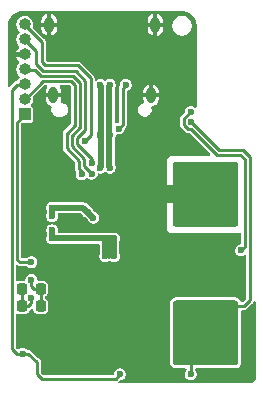
<source format=gbr>
%TF.GenerationSoftware,KiCad,Pcbnew,9.0.4*%
%TF.CreationDate,2025-09-02T10:18:24-07:00*%
%TF.ProjectId,k1-aioc,6b312d61-696f-4632-9e6b-696361645f70,rev?*%
%TF.SameCoordinates,Original*%
%TF.FileFunction,Copper,L2,Bot*%
%TF.FilePolarity,Positive*%
%FSLAX46Y46*%
G04 Gerber Fmt 4.6, Leading zero omitted, Abs format (unit mm)*
G04 Created by KiCad (PCBNEW 9.0.4) date 2025-09-02 10:18:24*
%MOMM*%
%LPD*%
G01*
G04 APERTURE LIST*
G04 Aperture macros list*
%AMRoundRect*
0 Rectangle with rounded corners*
0 $1 Rounding radius*
0 $2 $3 $4 $5 $6 $7 $8 $9 X,Y pos of 4 corners*
0 Add a 4 corners polygon primitive as box body*
4,1,4,$2,$3,$4,$5,$6,$7,$8,$9,$2,$3,0*
0 Add four circle primitives for the rounded corners*
1,1,$1+$1,$2,$3*
1,1,$1+$1,$4,$5*
1,1,$1+$1,$6,$7*
1,1,$1+$1,$8,$9*
0 Add four rect primitives between the rounded corners*
20,1,$1+$1,$2,$3,$4,$5,0*
20,1,$1+$1,$4,$5,$6,$7,0*
20,1,$1+$1,$6,$7,$8,$9,0*
20,1,$1+$1,$8,$9,$2,$3,0*%
G04 Aperture macros list end*
%TA.AperFunction,ComponentPad*%
%ADD10O,0.800000X1.400000*%
%TD*%
%TA.AperFunction,ComponentPad*%
%ADD11R,1.000000X1.000000*%
%TD*%
%TA.AperFunction,ComponentPad*%
%ADD12O,1.000000X1.000000*%
%TD*%
%TA.AperFunction,SMDPad,CuDef*%
%ADD13RoundRect,0.218750X0.218750X0.256250X-0.218750X0.256250X-0.218750X-0.256250X0.218750X-0.256250X0*%
%TD*%
%TA.AperFunction,SMDPad,CuDef*%
%ADD14RoundRect,0.218750X-0.218750X-0.256250X0.218750X-0.256250X0.218750X0.256250X-0.218750X0.256250X0*%
%TD*%
%TA.AperFunction,ViaPad*%
%ADD15C,0.600000*%
%TD*%
%TA.AperFunction,Conductor*%
%ADD16C,0.250000*%
%TD*%
%TA.AperFunction,Conductor*%
%ADD17C,0.500000*%
%TD*%
G04 APERTURE END LIST*
D10*
%TO.P,J1,S1,SHIELD*%
%TO.N,GND*%
X107010000Y-81160000D03*
X115990000Y-81160000D03*
X115630000Y-87110000D03*
X107370000Y-87110000D03*
%TD*%
D11*
%TO.P,J2,1,Pin_1*%
%TO.N,/BOOT0*%
X104925000Y-88750000D03*
D12*
%TO.P,J2,2,Pin_2*%
%TO.N,/SWO*%
X104925000Y-87480000D03*
%TO.P,J2,3,Pin_3*%
%TO.N,/NRST*%
X104925000Y-86210000D03*
%TO.P,J2,4,Pin_4*%
%TO.N,/SWDIO*%
X104925000Y-84940000D03*
%TO.P,J2,5,Pin_5*%
%TO.N,GND*%
X104925000Y-83670000D03*
%TO.P,J2,6,Pin_6*%
%TO.N,/SWCLK*%
X104925000Y-82400000D03*
%TO.P,J2,7,Pin_7*%
%TO.N,+3V3*%
X104925000Y-81130000D03*
%TD*%
D13*
%TO.P,D4,1,K*%
%TO.N,Net-(D1-Pad2)*%
X106287500Y-105000000D03*
%TO.P,D4,2,A*%
%TO.N,Net-(D1-Pad1)*%
X104712500Y-105000000D03*
%TD*%
D14*
%TO.P,D3,1,K*%
%TO.N,Net-(D1-Pad1)*%
X104712500Y-103500000D03*
%TO.P,D3,2,A*%
%TO.N,Net-(D1-Pad2)*%
X106287500Y-103500000D03*
%TD*%
D15*
%TO.N,GND*%
X114250000Y-106250000D03*
X115500000Y-97500000D03*
X113000270Y-83951369D03*
X105800000Y-94750000D03*
X116500000Y-94500000D03*
X118950000Y-83250000D03*
X107750000Y-107500000D03*
X115000000Y-102000000D03*
X113000000Y-96500000D03*
X110000000Y-100250000D03*
X118950000Y-84750000D03*
X109250000Y-103750000D03*
X112250000Y-102000000D03*
X107250000Y-89750000D03*
X113750000Y-110000000D03*
X110750000Y-107500000D03*
X112000000Y-97500000D03*
X105250000Y-89769502D03*
X105500000Y-98000000D03*
X110000000Y-98250000D03*
X114000000Y-99000000D03*
X116000270Y-83951369D03*
X117000000Y-92000000D03*
X109250000Y-102750000D03*
X114500000Y-101000000D03*
X107000000Y-83950000D03*
X105500000Y-99750000D03*
X117250000Y-103750000D03*
X110000000Y-101000000D03*
X106750000Y-107500000D03*
X114000000Y-92000000D03*
X113000000Y-97500000D03*
X113000000Y-102000000D03*
X106250000Y-89750000D03*
X114500000Y-86250000D03*
X107250000Y-104750000D03*
X121750000Y-100500000D03*
X116500000Y-95500000D03*
X111750000Y-107502432D03*
X114750000Y-98250000D03*
X115750000Y-110000000D03*
X114000000Y-96500000D03*
X113750000Y-108500000D03*
X114499400Y-83950576D03*
X112000000Y-96500000D03*
X108500270Y-83951369D03*
X105200000Y-94750000D03*
X116500000Y-103000000D03*
X111500270Y-83951369D03*
X122750000Y-101250000D03*
X115500000Y-99000000D03*
X109250000Y-110000000D03*
X111000000Y-96500000D03*
X115500000Y-101000000D03*
X111500000Y-102000000D03*
X118950000Y-86250000D03*
X109250000Y-104750000D03*
X115500000Y-92000000D03*
X118950000Y-87750000D03*
X110000270Y-83951369D03*
X122750000Y-102750000D03*
X115750000Y-106250000D03*
%TO.N,/SWCLK*%
X110600000Y-92866006D03*
%TO.N,/SWDIO*%
X110600000Y-93774076D03*
%TO.N,/USB-DP*%
X111350000Y-86250000D03*
X111350000Y-90500000D03*
X111350000Y-93250000D03*
%TO.N,/USB-DN*%
X112150000Y-86250000D03*
X112150000Y-90500000D03*
X112150000Y-93250000D03*
%TO.N,+3V3*%
X110274500Y-97000000D03*
X110000000Y-91000000D03*
X110750000Y-97500000D03*
X107250000Y-96650000D03*
X107250000Y-97350000D03*
%TO.N,+3.3VA*%
X111750000Y-99250000D03*
X112500000Y-99250000D03*
X107250000Y-99250000D03*
X111750000Y-100750000D03*
X107250000Y-98550000D03*
X112500000Y-100750000D03*
%TO.N,Net-(J1-PadA5)*%
X113500000Y-86250000D03*
X112899500Y-89942499D03*
%TO.N,/RADIO-RX-PTT1*%
X119000000Y-110750000D03*
X119011829Y-89364195D03*
%TO.N,/RADIO-TX*%
X123250000Y-100250000D03*
X119003182Y-88547732D03*
%TO.N,/NRST*%
X113000000Y-110750000D03*
X104750000Y-109000000D03*
%TO.N,/SWO*%
X109750000Y-93819338D03*
%TO.N,/BOOT0*%
X105500000Y-101250000D03*
%TO.N,Net-(D1-Pad1)*%
X105500000Y-104250000D03*
%TO.N,Net-(D1-Pad2)*%
X105500000Y-102750000D03*
%TD*%
D16*
%TO.N,/SWCLK*%
X105925000Y-83420000D02*
X104925000Y-82420000D01*
X109247792Y-85050000D02*
X106505408Y-85050000D01*
X110600000Y-92483884D02*
X109375000Y-91258884D01*
X110600000Y-92866006D02*
X110600000Y-92483884D01*
X109375000Y-91258884D02*
X109375000Y-90741116D01*
X110075500Y-90040616D02*
X110075500Y-85877708D01*
X106505408Y-85050000D02*
X105925000Y-84469592D01*
X109375000Y-90741116D02*
X110075500Y-90040616D01*
X110075500Y-85877708D02*
X109247792Y-85050000D01*
X105925000Y-84469592D02*
X105925000Y-83420000D01*
%TO.N,/SWDIO*%
X109061396Y-85500000D02*
X106319012Y-85500000D01*
X109625500Y-86064104D02*
X109061396Y-85500000D01*
X109625500Y-89854220D02*
X109625500Y-86064104D01*
X109975000Y-92495280D02*
X108925000Y-91445280D01*
X108925000Y-90554720D02*
X109625500Y-89854220D01*
X110600000Y-93774076D02*
X109975000Y-93149076D01*
X109975000Y-93149076D02*
X109975000Y-92495280D01*
X105779012Y-84960000D02*
X104925000Y-84960000D01*
X106319012Y-85500000D02*
X105779012Y-84960000D01*
X108925000Y-91445280D02*
X108925000Y-90554720D01*
D17*
%TO.N,/USB-DP*%
X111400000Y-86300000D02*
X111400000Y-93200000D01*
X111350000Y-86250000D02*
X111400000Y-86300000D01*
X111400000Y-93200000D02*
X111350000Y-93250000D01*
%TO.N,/USB-DN*%
X112100000Y-93200000D02*
X112150000Y-93250000D01*
X112100000Y-86300000D02*
X112100000Y-93200000D01*
X112150000Y-86250000D02*
X112100000Y-86300000D01*
D16*
%TO.N,+3V3*%
X106691804Y-84600000D02*
X109434188Y-84600000D01*
X104925000Y-81150000D02*
X106375000Y-82600000D01*
D17*
X110274500Y-97000000D02*
X110250000Y-97000000D01*
X107250000Y-96650000D02*
X107250000Y-97350000D01*
D16*
X110525500Y-90474500D02*
X110000000Y-91000000D01*
X106375000Y-82600000D02*
X106375000Y-84283196D01*
X110525500Y-85691312D02*
X110525500Y-90474500D01*
D17*
X110250000Y-97000000D02*
X110750000Y-97500000D01*
X107250000Y-96650000D02*
X109900000Y-96650000D01*
D16*
X109434188Y-84600000D02*
X110525500Y-85691312D01*
D17*
X109900000Y-96650000D02*
X110750000Y-97500000D01*
D16*
X106375000Y-84283196D02*
X106691804Y-84600000D01*
D17*
%TO.N,+3.3VA*%
X112500000Y-99250000D02*
X112500000Y-100750000D01*
X107250000Y-99250000D02*
X107250000Y-98550000D01*
X112100000Y-99250000D02*
X112100000Y-100750000D01*
X111750000Y-99250000D02*
X112250000Y-99250000D01*
X111750000Y-99250000D02*
X111750000Y-100750000D01*
X111750000Y-99250000D02*
X107250000Y-99250000D01*
X112250000Y-99250000D02*
X112500000Y-99250000D01*
D16*
%TO.N,Net-(J1-PadA5)*%
X113250000Y-86500000D02*
X113250000Y-89591999D01*
X113500000Y-86250000D02*
X113250000Y-86500000D01*
X113250000Y-89591999D02*
X112899500Y-89942499D01*
%TO.N,/RADIO-RX-PTT1*%
X124000000Y-92363604D02*
X123386396Y-91750000D01*
X121397634Y-91750000D02*
X119011829Y-89364195D01*
X124000000Y-103750000D02*
X124000000Y-92363604D01*
X123386396Y-91750000D02*
X121397634Y-91750000D01*
X123500000Y-105000000D02*
X122500000Y-105000000D01*
X124000000Y-104500000D02*
X123500000Y-105000000D01*
X124000000Y-103750000D02*
X124000000Y-104500000D01*
X119000000Y-110750000D02*
X119000000Y-109000000D01*
%TO.N,/RADIO-TX*%
X118739195Y-89989195D02*
X118386829Y-89636829D01*
X123200000Y-92200000D02*
X121211238Y-92200000D01*
X123550000Y-92550000D02*
X123200000Y-92200000D01*
X118386829Y-89636829D02*
X118386829Y-89105311D01*
X118386829Y-89105311D02*
X118944408Y-88547732D01*
X118944408Y-88547732D02*
X119003182Y-88547732D01*
X123550000Y-99950000D02*
X123550000Y-92550000D01*
X121211238Y-92200000D02*
X119000433Y-89989195D01*
X123250000Y-100250000D02*
X123550000Y-99950000D01*
X119000433Y-89989195D02*
X118739195Y-89989195D01*
%TO.N,/NRST*%
X104750000Y-109000000D02*
X105250000Y-109000000D01*
X106375000Y-111125000D02*
X106000000Y-110750000D01*
X113000000Y-110750000D02*
X112625000Y-111125000D01*
X104925000Y-86230000D02*
X104270000Y-86230000D01*
X103850000Y-108600000D02*
X103850000Y-106500000D01*
X106000000Y-110750000D02*
X106000000Y-109750000D01*
X104250000Y-109000000D02*
X103850000Y-108600000D01*
X105875000Y-109625000D02*
X105250000Y-109000000D01*
X112625000Y-111125000D02*
X106375000Y-111125000D01*
X103850000Y-86650000D02*
X103850000Y-106600000D01*
X104270000Y-86230000D02*
X103850000Y-86650000D01*
X106000000Y-109750000D02*
X105875000Y-109625000D01*
X105250000Y-109000000D02*
X104250000Y-109000000D01*
%TO.N,/SWO*%
X108475000Y-90368324D02*
X109175500Y-89667824D01*
X108875000Y-85950000D02*
X106475000Y-85950000D01*
X109175500Y-86250500D02*
X108875000Y-85950000D01*
X109525000Y-92681676D02*
X108475000Y-91631676D01*
X106475000Y-85950000D02*
X104925000Y-87500000D01*
X109750000Y-93560472D02*
X109525000Y-93335472D01*
X109525000Y-93335472D02*
X109525000Y-92681676D01*
X108475000Y-91631676D02*
X108475000Y-90368324D01*
X109750000Y-93819338D02*
X109750000Y-93560472D01*
X109175500Y-89667824D02*
X109175500Y-86250500D01*
%TO.N,/BOOT0*%
X104300000Y-101050000D02*
X104500000Y-101250000D01*
X104300000Y-89395000D02*
X104300000Y-101050000D01*
X104925000Y-88770000D02*
X104300000Y-89395000D01*
X104500000Y-101250000D02*
X105500000Y-101250000D01*
%TO.N,Net-(D1-Pad1)*%
X104712500Y-103500000D02*
X104712500Y-105000000D01*
X105250000Y-105000000D02*
X104712500Y-105000000D01*
X105500000Y-104750000D02*
X105250000Y-105000000D01*
X105500000Y-104250000D02*
X105500000Y-104750000D01*
%TO.N,Net-(D1-Pad2)*%
X106287500Y-103500000D02*
X106287500Y-105000000D01*
X105500000Y-102750000D02*
X105500000Y-103250000D01*
X105750000Y-103500000D02*
X106287500Y-103500000D01*
X105500000Y-103250000D02*
X105750000Y-103500000D01*
%TD*%
%TA.AperFunction,Conductor*%
%TO.N,GND*%
G36*
X118253875Y-80000804D02*
G01*
X118423172Y-80014128D01*
X118432587Y-80015326D01*
X118469395Y-80021816D01*
X118475258Y-80023035D01*
X118621073Y-80058043D01*
X118631786Y-80061267D01*
X118657816Y-80070741D01*
X118661706Y-80072254D01*
X118810068Y-80133707D01*
X118823904Y-80140758D01*
X118977796Y-80235063D01*
X118990361Y-80244192D01*
X119127608Y-80361412D01*
X119138590Y-80372394D01*
X119255807Y-80509638D01*
X119264938Y-80522206D01*
X119359239Y-80676091D01*
X119366292Y-80689933D01*
X119427718Y-80838230D01*
X119429283Y-80842255D01*
X119438723Y-80868191D01*
X119441959Y-80878940D01*
X119476956Y-81024712D01*
X119478187Y-81030632D01*
X119484671Y-81067405D01*
X119485870Y-81076828D01*
X119499195Y-81246124D01*
X119499500Y-81253892D01*
X119499500Y-88097229D01*
X119480593Y-88155420D01*
X119431093Y-88191384D01*
X119369907Y-88191384D01*
X119330498Y-88167234D01*
X119310496Y-88147232D01*
X119310493Y-88147230D01*
X119310491Y-88147228D01*
X119196371Y-88081341D01*
X119196373Y-88081341D01*
X119146981Y-88068107D01*
X119069074Y-88047232D01*
X118937290Y-88047232D01*
X118859382Y-88068107D01*
X118809991Y-88081341D01*
X118695872Y-88147228D01*
X118602678Y-88240422D01*
X118536791Y-88354541D01*
X118502682Y-88481841D01*
X118502682Y-88488123D01*
X118483775Y-88546314D01*
X118473686Y-88558126D01*
X118126364Y-88905448D01*
X118126360Y-88905453D01*
X118083511Y-88979671D01*
X118083510Y-88979671D01*
X118083511Y-88979672D01*
X118062823Y-89056881D01*
X118061329Y-89062458D01*
X118061329Y-89593976D01*
X118061329Y-89679682D01*
X118071499Y-89717638D01*
X118083512Y-89762472D01*
X118126360Y-89836686D01*
X118126364Y-89836691D01*
X118478728Y-90189054D01*
X118478730Y-90189057D01*
X118539333Y-90249660D01*
X118571097Y-90267999D01*
X118613556Y-90292513D01*
X118696339Y-90314695D01*
X118696341Y-90314696D01*
X118696342Y-90314696D01*
X118788111Y-90314696D01*
X118788127Y-90314695D01*
X118824598Y-90314695D01*
X118882789Y-90333602D01*
X118894602Y-90343691D01*
X120631907Y-92080996D01*
X120659684Y-92135513D01*
X120650113Y-92195945D01*
X120606848Y-92239210D01*
X120561903Y-92250000D01*
X117250000Y-92250000D01*
X117000000Y-92500000D01*
X117000000Y-94750000D01*
X117500000Y-94750000D01*
X117500000Y-96250000D01*
X117000000Y-96250000D01*
X117000000Y-98502475D01*
X117000001Y-98502476D01*
X117249998Y-98749999D01*
X117250000Y-98750000D01*
X123125500Y-98750000D01*
X123183691Y-98768907D01*
X123219655Y-98818407D01*
X123224500Y-98849000D01*
X123224500Y-99662711D01*
X123205593Y-99720902D01*
X123156093Y-99756866D01*
X123151125Y-99758337D01*
X123056814Y-99783608D01*
X123056812Y-99783608D01*
X123056808Y-99783610D01*
X122942690Y-99849496D01*
X122849496Y-99942690D01*
X122783609Y-100056809D01*
X122783608Y-100056814D01*
X122749500Y-100184108D01*
X122749500Y-100315892D01*
X122779579Y-100428151D01*
X122783609Y-100443190D01*
X122849496Y-100557309D01*
X122849498Y-100557311D01*
X122849500Y-100557314D01*
X122942686Y-100650500D01*
X122942688Y-100650501D01*
X122942690Y-100650503D01*
X123056810Y-100716390D01*
X123056808Y-100716390D01*
X123056812Y-100716391D01*
X123056814Y-100716392D01*
X123184108Y-100750500D01*
X123184110Y-100750500D01*
X123315890Y-100750500D01*
X123315892Y-100750500D01*
X123443186Y-100716392D01*
X123526001Y-100668578D01*
X123585847Y-100655857D01*
X123641743Y-100680743D01*
X123672336Y-100733731D01*
X123674500Y-100754315D01*
X123674500Y-104324165D01*
X123655593Y-104382356D01*
X123645503Y-104394169D01*
X123396968Y-104642703D01*
X123342452Y-104670480D01*
X123282020Y-104660909D01*
X123238755Y-104617644D01*
X123232231Y-104601444D01*
X123225605Y-104579602D01*
X123206792Y-104534184D01*
X123182815Y-104489324D01*
X123156471Y-104449896D01*
X123133759Y-104420658D01*
X123133756Y-104420654D01*
X123109812Y-104393997D01*
X123109810Y-104393995D01*
X123109794Y-104393977D01*
X123103486Y-104387201D01*
X123103483Y-104387199D01*
X123103481Y-104387196D01*
X123102060Y-104386210D01*
X123091370Y-104377277D01*
X123091321Y-104377331D01*
X123091310Y-104377346D01*
X123091309Y-104377345D01*
X123091229Y-104377434D01*
X123089427Y-104375800D01*
X123050104Y-104343529D01*
X123022567Y-104325130D01*
X123010676Y-104317185D01*
X123010673Y-104317183D01*
X123010671Y-104317182D01*
X122965822Y-104293210D01*
X122965817Y-104293208D01*
X122965812Y-104293205D01*
X122956941Y-104289530D01*
X122920391Y-104274391D01*
X122920392Y-104274391D01*
X122871714Y-104259626D01*
X122812791Y-104247906D01*
X122787613Y-104244171D01*
X122763038Y-104241751D01*
X122763029Y-104241750D01*
X122757575Y-104241482D01*
X122737590Y-104240500D01*
X117762410Y-104240500D01*
X117744241Y-104241392D01*
X117736970Y-104241750D01*
X117736965Y-104241750D01*
X117712413Y-104244169D01*
X117712406Y-104244169D01*
X117712394Y-104244171D01*
X117712385Y-104244172D01*
X117712371Y-104244174D01*
X117687239Y-104247901D01*
X117687196Y-104247908D01*
X117628295Y-104259623D01*
X117628275Y-104259628D01*
X117579608Y-104274391D01*
X117534203Y-104293198D01*
X117534176Y-104293210D01*
X117489320Y-104317186D01*
X117449902Y-104343523D01*
X117449891Y-104343531D01*
X117410566Y-104375805D01*
X117375801Y-104410570D01*
X117343531Y-104449891D01*
X117317185Y-104489323D01*
X117293202Y-104534192D01*
X117293198Y-104534201D01*
X117274390Y-104579613D01*
X117274389Y-104579616D01*
X117259627Y-104628278D01*
X117256211Y-104645455D01*
X117247907Y-104687203D01*
X117246030Y-104699860D01*
X117244171Y-104712394D01*
X117244168Y-104712415D01*
X117241751Y-104736960D01*
X117241750Y-104736973D01*
X117240500Y-104762409D01*
X117240500Y-109737590D01*
X117241482Y-109757575D01*
X117241750Y-109763029D01*
X117241751Y-109763038D01*
X117244171Y-109787610D01*
X117244171Y-109787616D01*
X117247906Y-109812791D01*
X117259626Y-109871713D01*
X117259626Y-109871715D01*
X117274391Y-109920392D01*
X117290861Y-109960155D01*
X117293205Y-109965812D01*
X117293208Y-109965817D01*
X117293210Y-109965822D01*
X117316246Y-110008919D01*
X117317185Y-110010676D01*
X117330531Y-110030650D01*
X117343528Y-110050103D01*
X117343530Y-110050105D01*
X117375804Y-110089431D01*
X117410569Y-110124196D01*
X117449896Y-110156471D01*
X117489324Y-110182815D01*
X117489327Y-110182817D01*
X117508432Y-110193028D01*
X117534184Y-110206792D01*
X117579602Y-110225605D01*
X117628283Y-110240373D01*
X117687203Y-110252093D01*
X117687210Y-110252094D01*
X117687220Y-110252096D01*
X117698498Y-110253768D01*
X117712394Y-110255829D01*
X117736975Y-110258250D01*
X117762410Y-110259500D01*
X118543679Y-110259500D01*
X118601870Y-110278407D01*
X118637834Y-110327907D01*
X118637834Y-110389093D01*
X118613684Y-110428501D01*
X118599500Y-110442686D01*
X118599497Y-110442689D01*
X118599496Y-110442690D01*
X118533609Y-110556809D01*
X118521974Y-110600232D01*
X118499500Y-110684108D01*
X118499500Y-110815892D01*
X118499867Y-110817261D01*
X118533609Y-110943190D01*
X118599496Y-111057309D01*
X118599498Y-111057311D01*
X118599500Y-111057314D01*
X118692686Y-111150500D01*
X118692688Y-111150501D01*
X118692690Y-111150503D01*
X118806810Y-111216390D01*
X118806808Y-111216390D01*
X118806812Y-111216391D01*
X118806814Y-111216392D01*
X118934108Y-111250500D01*
X118934110Y-111250500D01*
X119065890Y-111250500D01*
X119065892Y-111250500D01*
X119193186Y-111216392D01*
X119193188Y-111216390D01*
X119193190Y-111216390D01*
X119307309Y-111150503D01*
X119307309Y-111150502D01*
X119307314Y-111150500D01*
X119400500Y-111057314D01*
X119430398Y-111005529D01*
X119466390Y-110943190D01*
X119466390Y-110943188D01*
X119466392Y-110943186D01*
X119500500Y-110815892D01*
X119500500Y-110684108D01*
X119466392Y-110556814D01*
X119466390Y-110556811D01*
X119466390Y-110556809D01*
X119400503Y-110442690D01*
X119400501Y-110442688D01*
X119400500Y-110442686D01*
X119386315Y-110428501D01*
X119358540Y-110373987D01*
X119368111Y-110313555D01*
X119411376Y-110270290D01*
X119456321Y-110259500D01*
X122737576Y-110259500D01*
X122737590Y-110259500D01*
X122763026Y-110258250D01*
X122787606Y-110255829D01*
X122812796Y-110252093D01*
X122871716Y-110240373D01*
X122920397Y-110225605D01*
X122965815Y-110206792D01*
X123010675Y-110182815D01*
X123050103Y-110156471D01*
X123089430Y-110124196D01*
X123124196Y-110089430D01*
X123156471Y-110050103D01*
X123182815Y-110010675D01*
X123201134Y-109978505D01*
X123216612Y-109946154D01*
X123220471Y-109937700D01*
X123220831Y-109936039D01*
X123224990Y-109922776D01*
X123224890Y-109922746D01*
X123224892Y-109922739D01*
X123224780Y-109922699D01*
X123225588Y-109920437D01*
X123225597Y-109920417D01*
X123240372Y-109871718D01*
X123252092Y-109812800D01*
X123252094Y-109812791D01*
X123255051Y-109792856D01*
X123255830Y-109787606D01*
X123258251Y-109763024D01*
X123259500Y-109737590D01*
X123259500Y-105424500D01*
X123278407Y-105366309D01*
X123327907Y-105330345D01*
X123358500Y-105325500D01*
X123542851Y-105325500D01*
X123542853Y-105325500D01*
X123625639Y-105303318D01*
X123625641Y-105303316D01*
X123625643Y-105303316D01*
X123699857Y-105260468D01*
X123699857Y-105260467D01*
X123699862Y-105260465D01*
X124199859Y-104760466D01*
X124199862Y-104760465D01*
X124260465Y-104699862D01*
X124301791Y-104628283D01*
X124303318Y-104625639D01*
X124306413Y-104614087D01*
X124308622Y-104608584D01*
X124324612Y-104589436D01*
X124338196Y-104568519D01*
X124343914Y-104566323D01*
X124347842Y-104561621D01*
X124372033Y-104555529D01*
X124395317Y-104546591D01*
X124401233Y-104548176D01*
X124407175Y-104546680D01*
X124430323Y-104555969D01*
X124454417Y-104562425D01*
X124458272Y-104567186D01*
X124463958Y-104569468D01*
X124477225Y-104590589D01*
X124492924Y-104609975D01*
X124494398Y-104617929D01*
X124496503Y-104621280D01*
X124496106Y-104627146D01*
X124499500Y-104645455D01*
X124499500Y-110994443D01*
X124498877Y-111005529D01*
X124488774Y-111095182D01*
X124486025Y-111109716D01*
X124482241Y-111123840D01*
X124480058Y-111130917D01*
X124453718Y-111206193D01*
X124444099Y-111226167D01*
X124396460Y-111301985D01*
X124382638Y-111319318D01*
X124319319Y-111382637D01*
X124301986Y-111396459D01*
X124226167Y-111444099D01*
X124206194Y-111453717D01*
X124130924Y-111480055D01*
X124123845Y-111482239D01*
X124109713Y-111486025D01*
X124095181Y-111488774D01*
X124019064Y-111497351D01*
X124005527Y-111498877D01*
X123994444Y-111499500D01*
X112949834Y-111499500D01*
X112927783Y-111492335D01*
X112904888Y-111488709D01*
X112899240Y-111483061D01*
X112891643Y-111480593D01*
X112878014Y-111461834D01*
X112861624Y-111445444D01*
X112860374Y-111437556D01*
X112855679Y-111431093D01*
X112855679Y-111407906D01*
X112852053Y-111385012D01*
X112855679Y-111377895D01*
X112855679Y-111369907D01*
X112879831Y-111330496D01*
X112930832Y-111279496D01*
X112985349Y-111251719D01*
X113000835Y-111250500D01*
X113065890Y-111250500D01*
X113065892Y-111250500D01*
X113193186Y-111216392D01*
X113193188Y-111216390D01*
X113193190Y-111216390D01*
X113307309Y-111150503D01*
X113307309Y-111150502D01*
X113307314Y-111150500D01*
X113400500Y-111057314D01*
X113430398Y-111005529D01*
X113466390Y-110943190D01*
X113466390Y-110943188D01*
X113466392Y-110943186D01*
X113500500Y-110815892D01*
X113500500Y-110684108D01*
X113466392Y-110556814D01*
X113466390Y-110556811D01*
X113466390Y-110556809D01*
X113400503Y-110442690D01*
X113400501Y-110442688D01*
X113400500Y-110442686D01*
X113307314Y-110349500D01*
X113307311Y-110349498D01*
X113307309Y-110349496D01*
X113193189Y-110283609D01*
X113193191Y-110283609D01*
X113143482Y-110270290D01*
X113065892Y-110249500D01*
X112934108Y-110249500D01*
X112856518Y-110270290D01*
X112806809Y-110283609D01*
X112692690Y-110349496D01*
X112599496Y-110442690D01*
X112533609Y-110556809D01*
X112521974Y-110600232D01*
X112501803Y-110675515D01*
X112499500Y-110684109D01*
X112499500Y-110700500D01*
X112480593Y-110758691D01*
X112431093Y-110794655D01*
X112400500Y-110799500D01*
X106550835Y-110799500D01*
X106543237Y-110797031D01*
X106535348Y-110798281D01*
X106514692Y-110787756D01*
X106492644Y-110780593D01*
X106480831Y-110770504D01*
X106354496Y-110644169D01*
X106326719Y-110589652D01*
X106325500Y-110574165D01*
X106325500Y-109800840D01*
X106325501Y-109800827D01*
X106325501Y-109707149D01*
X106325501Y-109707147D01*
X106303318Y-109624361D01*
X106278945Y-109582147D01*
X106260465Y-109550138D01*
X106199862Y-109489535D01*
X106199860Y-109489534D01*
X106074862Y-109364535D01*
X105449862Y-108739535D01*
X105449859Y-108739533D01*
X105449857Y-108739531D01*
X105375642Y-108696683D01*
X105375644Y-108696683D01*
X105343521Y-108688076D01*
X105292853Y-108674500D01*
X105292851Y-108674500D01*
X105173322Y-108674500D01*
X105115131Y-108655593D01*
X105103319Y-108645504D01*
X105057315Y-108599500D01*
X105057309Y-108599496D01*
X104943189Y-108533609D01*
X104943191Y-108533609D01*
X104893799Y-108520375D01*
X104815892Y-108499500D01*
X104684108Y-108499500D01*
X104606200Y-108520375D01*
X104556809Y-108533609D01*
X104442684Y-108599500D01*
X104437536Y-108603451D01*
X104435847Y-108601251D01*
X104432254Y-108603077D01*
X104421201Y-108614131D01*
X104405666Y-108616591D01*
X104391647Y-108623717D01*
X104376210Y-108621256D01*
X104360769Y-108623702D01*
X104346754Y-108616561D01*
X104331224Y-108614086D01*
X104306252Y-108595925D01*
X104204496Y-108494169D01*
X104176719Y-108439652D01*
X104175500Y-108424165D01*
X104175500Y-105726182D01*
X104194407Y-105667991D01*
X104243907Y-105632027D01*
X104305093Y-105632027D01*
X104319445Y-105637972D01*
X104362580Y-105659951D01*
X104429130Y-105670491D01*
X104460751Y-105675500D01*
X104460754Y-105675500D01*
X104964249Y-105675500D01*
X104992803Y-105670976D01*
X105062420Y-105659951D01*
X105180751Y-105599658D01*
X105274658Y-105505751D01*
X105334951Y-105387420D01*
X105338130Y-105367346D01*
X105341770Y-105360201D01*
X105341776Y-105352179D01*
X105352770Y-105338611D01*
X105365904Y-105312834D01*
X105377774Y-105302703D01*
X105381943Y-105299678D01*
X105449862Y-105260465D01*
X105486520Y-105223806D01*
X105492852Y-105219213D01*
X105514871Y-105212074D01*
X105535500Y-105201564D01*
X105543423Y-105202818D01*
X105551055Y-105200345D01*
X105573067Y-105207513D01*
X105595932Y-105211135D01*
X105601604Y-105216807D01*
X105609233Y-105219292D01*
X105622827Y-105238029D01*
X105639197Y-105254399D01*
X105642056Y-105264534D01*
X105645163Y-105268816D01*
X105645158Y-105275528D01*
X105647985Y-105285547D01*
X105648891Y-105285404D01*
X105665049Y-105387419D01*
X105665050Y-105387423D01*
X105683942Y-105424500D01*
X105725342Y-105505751D01*
X105819249Y-105599658D01*
X105937580Y-105659951D01*
X106004130Y-105670491D01*
X106035751Y-105675500D01*
X106035754Y-105675500D01*
X106539249Y-105675500D01*
X106567803Y-105670976D01*
X106637420Y-105659951D01*
X106755751Y-105599658D01*
X106849658Y-105505751D01*
X106909951Y-105387420D01*
X106925500Y-105289246D01*
X106925500Y-104710754D01*
X106909951Y-104612580D01*
X106849658Y-104494249D01*
X106755751Y-104400342D01*
X106743259Y-104393977D01*
X106667054Y-104355148D01*
X106650664Y-104338758D01*
X106631907Y-104325130D01*
X106629438Y-104317531D01*
X106623790Y-104311883D01*
X106613000Y-104266939D01*
X106613000Y-104233060D01*
X106631907Y-104174869D01*
X106667051Y-104144852D01*
X106755751Y-104099658D01*
X106849658Y-104005751D01*
X106909951Y-103887420D01*
X106925500Y-103789246D01*
X106925500Y-103210754D01*
X106909951Y-103112580D01*
X106849658Y-102994249D01*
X106755751Y-102900342D01*
X106751631Y-102898243D01*
X106637423Y-102840050D01*
X106637420Y-102840049D01*
X106612876Y-102836161D01*
X106539249Y-102824500D01*
X106539246Y-102824500D01*
X106099500Y-102824500D01*
X106041309Y-102805593D01*
X106005345Y-102756093D01*
X106000500Y-102725500D01*
X106000500Y-102684109D01*
X106000500Y-102684108D01*
X105966392Y-102556814D01*
X105966390Y-102556811D01*
X105966390Y-102556809D01*
X105900503Y-102442690D01*
X105900501Y-102442688D01*
X105900500Y-102442686D01*
X105807314Y-102349500D01*
X105807311Y-102349498D01*
X105807309Y-102349496D01*
X105693189Y-102283609D01*
X105693191Y-102283609D01*
X105643799Y-102270375D01*
X105565892Y-102249500D01*
X105434108Y-102249500D01*
X105356200Y-102270375D01*
X105306809Y-102283609D01*
X105192690Y-102349496D01*
X105099496Y-102442690D01*
X105033609Y-102556809D01*
X104999500Y-102684109D01*
X104999500Y-102725500D01*
X104980593Y-102783691D01*
X104931093Y-102819655D01*
X104900500Y-102824500D01*
X104460751Y-102824500D01*
X104362580Y-102840049D01*
X104362575Y-102840050D01*
X104319444Y-102862027D01*
X104259012Y-102871598D01*
X104204496Y-102843820D01*
X104176719Y-102789303D01*
X104175500Y-102773817D01*
X104175500Y-101609977D01*
X104178769Y-101599913D01*
X104177664Y-101589392D01*
X104188011Y-101571470D01*
X104194407Y-101551786D01*
X104202967Y-101545566D01*
X104208257Y-101536405D01*
X104227161Y-101527988D01*
X104243907Y-101515822D01*
X104254488Y-101515822D01*
X104264153Y-101511519D01*
X104284396Y-101515822D01*
X104305093Y-101515822D01*
X104323994Y-101524237D01*
X104337249Y-101531890D01*
X104337251Y-101531893D01*
X104371622Y-101551737D01*
X104374361Y-101553318D01*
X104457147Y-101575501D01*
X104457149Y-101575501D01*
X104548916Y-101575501D01*
X104548932Y-101575500D01*
X105076678Y-101575500D01*
X105134869Y-101594407D01*
X105146681Y-101604496D01*
X105192684Y-101650499D01*
X105192690Y-101650503D01*
X105306810Y-101716390D01*
X105306808Y-101716390D01*
X105306812Y-101716391D01*
X105306814Y-101716392D01*
X105434108Y-101750500D01*
X105434110Y-101750500D01*
X105565890Y-101750500D01*
X105565892Y-101750500D01*
X105693186Y-101716392D01*
X105693188Y-101716390D01*
X105693190Y-101716390D01*
X105807309Y-101650503D01*
X105807309Y-101650502D01*
X105807314Y-101650500D01*
X105900500Y-101557314D01*
X105915179Y-101531890D01*
X105966390Y-101443190D01*
X105966390Y-101443188D01*
X105966392Y-101443186D01*
X106000500Y-101315892D01*
X106000500Y-101184108D01*
X105966392Y-101056814D01*
X105966390Y-101056811D01*
X105966390Y-101056809D01*
X105900503Y-100942690D01*
X105900501Y-100942688D01*
X105900500Y-100942686D01*
X105807314Y-100849500D01*
X105807311Y-100849498D01*
X105807309Y-100849496D01*
X105693189Y-100783609D01*
X105693191Y-100783609D01*
X105643799Y-100770375D01*
X105565892Y-100749500D01*
X105434108Y-100749500D01*
X105356200Y-100770375D01*
X105306809Y-100783609D01*
X105192690Y-100849496D01*
X105192684Y-100849500D01*
X105146681Y-100895504D01*
X105092164Y-100923281D01*
X105076678Y-100924500D01*
X104724500Y-100924500D01*
X104666309Y-100905593D01*
X104630345Y-100856093D01*
X104625500Y-100825500D01*
X104625500Y-98484108D01*
X106749500Y-98484108D01*
X106749500Y-98615892D01*
X106783608Y-98743186D01*
X106786234Y-98747735D01*
X106799500Y-98797238D01*
X106799500Y-99002761D01*
X106786238Y-99052259D01*
X106783608Y-99056813D01*
X106783608Y-99056814D01*
X106749500Y-99184108D01*
X106749500Y-99315892D01*
X106779579Y-99428151D01*
X106783609Y-99443190D01*
X106849496Y-99557309D01*
X106849498Y-99557311D01*
X106849500Y-99557314D01*
X106942686Y-99650500D01*
X106942688Y-99650501D01*
X106942690Y-99650503D01*
X107056810Y-99716390D01*
X107056808Y-99716390D01*
X107056812Y-99716391D01*
X107056814Y-99716392D01*
X107184108Y-99750500D01*
X107184110Y-99750500D01*
X107315890Y-99750500D01*
X107315892Y-99750500D01*
X107443186Y-99716392D01*
X107447741Y-99713761D01*
X107497239Y-99700500D01*
X111200500Y-99700500D01*
X111258691Y-99719407D01*
X111294655Y-99768907D01*
X111299500Y-99799500D01*
X111299500Y-100502761D01*
X111286238Y-100552259D01*
X111283608Y-100556813D01*
X111283608Y-100556814D01*
X111249500Y-100684108D01*
X111249500Y-100815892D01*
X111260272Y-100856093D01*
X111283609Y-100943190D01*
X111349496Y-101057309D01*
X111349498Y-101057311D01*
X111349500Y-101057314D01*
X111442686Y-101150500D01*
X111442688Y-101150501D01*
X111442690Y-101150503D01*
X111556810Y-101216390D01*
X111556808Y-101216390D01*
X111556812Y-101216391D01*
X111556814Y-101216392D01*
X111684108Y-101250500D01*
X111684110Y-101250500D01*
X111815890Y-101250500D01*
X111815892Y-101250500D01*
X111943186Y-101216392D01*
X111957379Y-101208197D01*
X112017223Y-101195474D01*
X112032500Y-101198305D01*
X112040691Y-101200500D01*
X112040692Y-101200500D01*
X112159310Y-101200500D01*
X112159310Y-101200499D01*
X112201645Y-101189156D01*
X112262746Y-101192357D01*
X112276769Y-101199045D01*
X112306814Y-101216392D01*
X112434108Y-101250500D01*
X112434110Y-101250500D01*
X112565890Y-101250500D01*
X112565892Y-101250500D01*
X112693186Y-101216392D01*
X112693188Y-101216390D01*
X112693190Y-101216390D01*
X112807309Y-101150503D01*
X112807309Y-101150502D01*
X112807314Y-101150500D01*
X112900500Y-101057314D01*
X112966392Y-100943186D01*
X113000500Y-100815892D01*
X113000500Y-100684108D01*
X112966392Y-100556814D01*
X112963761Y-100552258D01*
X112950500Y-100502761D01*
X112950500Y-99497238D01*
X112963765Y-99447735D01*
X112966392Y-99443186D01*
X113000500Y-99315892D01*
X113000500Y-99184108D01*
X112966392Y-99056814D01*
X112966390Y-99056811D01*
X112966390Y-99056809D01*
X112900503Y-98942690D01*
X112900501Y-98942688D01*
X112900500Y-98942686D01*
X112807314Y-98849500D01*
X112807311Y-98849498D01*
X112807309Y-98849496D01*
X112693189Y-98783609D01*
X112693191Y-98783609D01*
X112643799Y-98770375D01*
X112565892Y-98749500D01*
X112434108Y-98749500D01*
X112354947Y-98770711D01*
X112306813Y-98783608D01*
X112302259Y-98786238D01*
X112252761Y-98799500D01*
X111997239Y-98799500D01*
X111947741Y-98786238D01*
X111943186Y-98783608D01*
X111895053Y-98770711D01*
X111815892Y-98749500D01*
X111684108Y-98749500D01*
X111604947Y-98770711D01*
X111556813Y-98783608D01*
X111552259Y-98786238D01*
X111502761Y-98799500D01*
X107830322Y-98799500D01*
X107772131Y-98780593D01*
X107736167Y-98731093D01*
X107734695Y-98674878D01*
X107735857Y-98670538D01*
X107750500Y-98615892D01*
X107750500Y-98484108D01*
X107716392Y-98356814D01*
X107716390Y-98356811D01*
X107716390Y-98356809D01*
X107650503Y-98242690D01*
X107650501Y-98242688D01*
X107650500Y-98242686D01*
X107557314Y-98149500D01*
X107557311Y-98149498D01*
X107557309Y-98149496D01*
X107443189Y-98083609D01*
X107443191Y-98083609D01*
X107393799Y-98070375D01*
X107315892Y-98049500D01*
X107184108Y-98049500D01*
X107106200Y-98070375D01*
X107056809Y-98083609D01*
X106942690Y-98149496D01*
X106849496Y-98242690D01*
X106783609Y-98356809D01*
X106783608Y-98356814D01*
X106749500Y-98484108D01*
X104625500Y-98484108D01*
X104625500Y-96584108D01*
X106749500Y-96584108D01*
X106749500Y-96715892D01*
X106783608Y-96843186D01*
X106786234Y-96847735D01*
X106799500Y-96897238D01*
X106799500Y-97102761D01*
X106786238Y-97152259D01*
X106783608Y-97156813D01*
X106769553Y-97209267D01*
X106749500Y-97284108D01*
X106749500Y-97415892D01*
X106760544Y-97457109D01*
X106783609Y-97543190D01*
X106849496Y-97657309D01*
X106849498Y-97657311D01*
X106849500Y-97657314D01*
X106942686Y-97750500D01*
X106942688Y-97750501D01*
X106942690Y-97750503D01*
X107056810Y-97816390D01*
X107056808Y-97816390D01*
X107056812Y-97816391D01*
X107056814Y-97816392D01*
X107184108Y-97850500D01*
X107184110Y-97850500D01*
X107315890Y-97850500D01*
X107315892Y-97850500D01*
X107443186Y-97816392D01*
X107443188Y-97816390D01*
X107443190Y-97816390D01*
X107557309Y-97750503D01*
X107557309Y-97750502D01*
X107557314Y-97750500D01*
X107650500Y-97657314D01*
X107716392Y-97543186D01*
X107750500Y-97415892D01*
X107750500Y-97284108D01*
X107734695Y-97225122D01*
X107737898Y-97164021D01*
X107776403Y-97116471D01*
X107830322Y-97100500D01*
X109672389Y-97100500D01*
X109679986Y-97102968D01*
X109687876Y-97101719D01*
X109708531Y-97112243D01*
X109730580Y-97119407D01*
X109742393Y-97129496D01*
X109801660Y-97188763D01*
X109817390Y-97209263D01*
X109874000Y-97307314D01*
X109967186Y-97400500D01*
X109967188Y-97400501D01*
X110065235Y-97457109D01*
X110085739Y-97472842D01*
X110256624Y-97643728D01*
X110282245Y-97688103D01*
X110283606Y-97693182D01*
X110283609Y-97693189D01*
X110349496Y-97807309D01*
X110349498Y-97807311D01*
X110349500Y-97807314D01*
X110442686Y-97900500D01*
X110442688Y-97900501D01*
X110442690Y-97900503D01*
X110556810Y-97966390D01*
X110556808Y-97966390D01*
X110556812Y-97966391D01*
X110556814Y-97966392D01*
X110684108Y-98000500D01*
X110684110Y-98000500D01*
X110815890Y-98000500D01*
X110815892Y-98000500D01*
X110943186Y-97966392D01*
X110943188Y-97966390D01*
X110943190Y-97966390D01*
X111057309Y-97900503D01*
X111057309Y-97900502D01*
X111057314Y-97900500D01*
X111150500Y-97807314D01*
X111216392Y-97693186D01*
X111250500Y-97565892D01*
X111250500Y-97434108D01*
X111216392Y-97306814D01*
X111216390Y-97306811D01*
X111216390Y-97306809D01*
X111150503Y-97192690D01*
X111150501Y-97192688D01*
X111150500Y-97192686D01*
X111057314Y-97099500D01*
X111057311Y-97099498D01*
X111057309Y-97099496D01*
X110943189Y-97033609D01*
X110943182Y-97033606D01*
X110938103Y-97032245D01*
X110893728Y-97006624D01*
X110776843Y-96889740D01*
X110751219Y-96845356D01*
X110740894Y-96806820D01*
X110740893Y-96806817D01*
X110740892Y-96806816D01*
X110740892Y-96806814D01*
X110675000Y-96692686D01*
X110581814Y-96599500D01*
X110581811Y-96599498D01*
X110581809Y-96599496D01*
X110467689Y-96533609D01*
X110467685Y-96533607D01*
X110429140Y-96523279D01*
X110384761Y-96497657D01*
X110176614Y-96289511D01*
X110176609Y-96289507D01*
X110073890Y-96230202D01*
X110073886Y-96230200D01*
X110049673Y-96223712D01*
X110049673Y-96223713D01*
X109959309Y-96199500D01*
X109959307Y-96199500D01*
X107497239Y-96199500D01*
X107447741Y-96186238D01*
X107443186Y-96183608D01*
X107315892Y-96149500D01*
X107184108Y-96149500D01*
X107106200Y-96170375D01*
X107056809Y-96183609D01*
X106942690Y-96249496D01*
X106849496Y-96342690D01*
X106783609Y-96456809D01*
X106783608Y-96456814D01*
X106749500Y-96584108D01*
X104625500Y-96584108D01*
X104625500Y-89570835D01*
X104627968Y-89563237D01*
X104626719Y-89555348D01*
X104637243Y-89534692D01*
X104644407Y-89512644D01*
X104654496Y-89500831D01*
X104675831Y-89479496D01*
X104730348Y-89451719D01*
X104745835Y-89450500D01*
X105444747Y-89450500D01*
X105444748Y-89450500D01*
X105503231Y-89438867D01*
X105569552Y-89394552D01*
X105613867Y-89328231D01*
X105625500Y-89269748D01*
X105625500Y-88230252D01*
X105613867Y-88171769D01*
X105569552Y-88105448D01*
X105533472Y-88081340D01*
X105499786Y-88058831D01*
X105461907Y-88010781D01*
X105459505Y-87949643D01*
X105472471Y-87921516D01*
X105545775Y-87811811D01*
X105598580Y-87684328D01*
X105625500Y-87548993D01*
X105625500Y-87411007D01*
X105610741Y-87336810D01*
X105612805Y-87319362D01*
X105610057Y-87302008D01*
X105616311Y-87289731D01*
X105617931Y-87276049D01*
X105637831Y-87247494D01*
X106435189Y-86450138D01*
X106580832Y-86304496D01*
X106587948Y-86300870D01*
X106592644Y-86294407D01*
X106614693Y-86287242D01*
X106635348Y-86276719D01*
X106650835Y-86275500D01*
X106755367Y-86275500D01*
X106813558Y-86294407D01*
X106849522Y-86343907D01*
X106849522Y-86405093D01*
X106837683Y-86429501D01*
X106790432Y-86500216D01*
X106741132Y-86619236D01*
X106716000Y-86745584D01*
X106716000Y-86934999D01*
X106716001Y-86935000D01*
X107120000Y-86935000D01*
X107120000Y-87285000D01*
X106716001Y-87285000D01*
X106716000Y-87285001D01*
X106716000Y-87474415D01*
X106741132Y-87600763D01*
X106790432Y-87719784D01*
X106862005Y-87826899D01*
X106862008Y-87826903D01*
X106953096Y-87917991D01*
X106953100Y-87917994D01*
X107060217Y-87989568D01*
X107153938Y-88028388D01*
X107200464Y-88068124D01*
X107214748Y-88127619D01*
X107211680Y-88145474D01*
X107174500Y-88284234D01*
X107174500Y-88435766D01*
X107186846Y-88481841D01*
X107213720Y-88582139D01*
X107289481Y-88713360D01*
X107289483Y-88713362D01*
X107289485Y-88713365D01*
X107396635Y-88820515D01*
X107396637Y-88820516D01*
X107396639Y-88820518D01*
X107527861Y-88896279D01*
X107527859Y-88896279D01*
X107527863Y-88896280D01*
X107527865Y-88896281D01*
X107674234Y-88935500D01*
X107674236Y-88935500D01*
X108125764Y-88935500D01*
X108125766Y-88935500D01*
X108272135Y-88896281D01*
X108272137Y-88896279D01*
X108272139Y-88896279D01*
X108403360Y-88820518D01*
X108403360Y-88820517D01*
X108403365Y-88820515D01*
X108510515Y-88713365D01*
X108586281Y-88582135D01*
X108625500Y-88435766D01*
X108625500Y-88284234D01*
X108586281Y-88137865D01*
X108586279Y-88137862D01*
X108586279Y-88137860D01*
X108510518Y-88006639D01*
X108510516Y-88006637D01*
X108510515Y-88006635D01*
X108403365Y-87899485D01*
X108403362Y-87899483D01*
X108403360Y-87899481D01*
X108272138Y-87823720D01*
X108272140Y-87823720D01*
X108187099Y-87800934D01*
X108125766Y-87784500D01*
X108070925Y-87784500D01*
X108012734Y-87765593D01*
X107976770Y-87716093D01*
X107976770Y-87654907D01*
X107979461Y-87647614D01*
X107998867Y-87600763D01*
X108023999Y-87474415D01*
X108024000Y-87474411D01*
X108024000Y-87285001D01*
X108023999Y-87285000D01*
X107620000Y-87285000D01*
X107620000Y-86935000D01*
X108023999Y-86935000D01*
X108024000Y-86934999D01*
X108024000Y-86745588D01*
X108023999Y-86745584D01*
X107998867Y-86619236D01*
X107949567Y-86500216D01*
X107902317Y-86429501D01*
X107885709Y-86370613D01*
X107906887Y-86313210D01*
X107957760Y-86279217D01*
X107984633Y-86275500D01*
X108699165Y-86275500D01*
X108706762Y-86277968D01*
X108714652Y-86276719D01*
X108735307Y-86287243D01*
X108757356Y-86294407D01*
X108769169Y-86304496D01*
X108821004Y-86356331D01*
X108848781Y-86410848D01*
X108850000Y-86426335D01*
X108850000Y-89491989D01*
X108831093Y-89550180D01*
X108821004Y-89561993D01*
X108214531Y-90168466D01*
X108171683Y-90242680D01*
X108171682Y-90242685D01*
X108149500Y-90325471D01*
X108149500Y-91588823D01*
X108149500Y-91674529D01*
X108154612Y-91693607D01*
X108171683Y-91757319D01*
X108214531Y-91831533D01*
X108214533Y-91831535D01*
X108214535Y-91831538D01*
X109170505Y-92787508D01*
X109198281Y-92842023D01*
X109199500Y-92857510D01*
X109199500Y-93292619D01*
X109199500Y-93378325D01*
X109216879Y-93443186D01*
X109221683Y-93461115D01*
X109264531Y-93535329D01*
X109266986Y-93538528D01*
X109287411Y-93596204D01*
X109284072Y-93624419D01*
X109283608Y-93626152D01*
X109249500Y-93753446D01*
X109249500Y-93885230D01*
X109271480Y-93967262D01*
X109283609Y-94012528D01*
X109349496Y-94126647D01*
X109349498Y-94126649D01*
X109349500Y-94126652D01*
X109442686Y-94219838D01*
X109442688Y-94219839D01*
X109442690Y-94219841D01*
X109556810Y-94285728D01*
X109556808Y-94285728D01*
X109556812Y-94285729D01*
X109556814Y-94285730D01*
X109684108Y-94319838D01*
X109684110Y-94319838D01*
X109815890Y-94319838D01*
X109815892Y-94319838D01*
X109943186Y-94285730D01*
X109943188Y-94285728D01*
X109943190Y-94285728D01*
X110057309Y-94219841D01*
X110057309Y-94219840D01*
X110057314Y-94219838D01*
X110127629Y-94149522D01*
X110182144Y-94121747D01*
X110242576Y-94131318D01*
X110267631Y-94149521D01*
X110292686Y-94174576D01*
X110292688Y-94174577D01*
X110292690Y-94174579D01*
X110406810Y-94240466D01*
X110406808Y-94240466D01*
X110406812Y-94240467D01*
X110406814Y-94240468D01*
X110534108Y-94274576D01*
X110534110Y-94274576D01*
X110665890Y-94274576D01*
X110665892Y-94274576D01*
X110793186Y-94240468D01*
X110793188Y-94240466D01*
X110793190Y-94240466D01*
X110907309Y-94174579D01*
X110907309Y-94174578D01*
X110907314Y-94174576D01*
X111000500Y-94081390D01*
X111000503Y-94081385D01*
X111066390Y-93967266D01*
X111066390Y-93967264D01*
X111066392Y-93967262D01*
X111100500Y-93839968D01*
X111100500Y-93830321D01*
X111119407Y-93772130D01*
X111168907Y-93736166D01*
X111225122Y-93734695D01*
X111284108Y-93750500D01*
X111284109Y-93750500D01*
X111415890Y-93750500D01*
X111415892Y-93750500D01*
X111543186Y-93716392D01*
X111543188Y-93716390D01*
X111543190Y-93716390D01*
X111657309Y-93650503D01*
X111657309Y-93650502D01*
X111657314Y-93650500D01*
X111679998Y-93627815D01*
X111734513Y-93600040D01*
X111794945Y-93609611D01*
X111820000Y-93627814D01*
X111842686Y-93650500D01*
X111842688Y-93650501D01*
X111842690Y-93650503D01*
X111956810Y-93716390D01*
X111956808Y-93716390D01*
X111956812Y-93716391D01*
X111956814Y-93716392D01*
X112084108Y-93750500D01*
X112084110Y-93750500D01*
X112215890Y-93750500D01*
X112215892Y-93750500D01*
X112343186Y-93716392D01*
X112343188Y-93716390D01*
X112343190Y-93716390D01*
X112457309Y-93650503D01*
X112457309Y-93650502D01*
X112457314Y-93650500D01*
X112550500Y-93557314D01*
X112616392Y-93443186D01*
X112650500Y-93315892D01*
X112650500Y-93184108D01*
X112616392Y-93056814D01*
X112616390Y-93056811D01*
X112616390Y-93056809D01*
X112563764Y-92965659D01*
X112550500Y-92916159D01*
X112550500Y-90833840D01*
X112563763Y-90784341D01*
X112616392Y-90693186D01*
X112650500Y-90565892D01*
X112650500Y-90522954D01*
X112669407Y-90464763D01*
X112718907Y-90428799D01*
X112775122Y-90427328D01*
X112833608Y-90442999D01*
X112833609Y-90442999D01*
X112965390Y-90442999D01*
X112965392Y-90442999D01*
X113092686Y-90408891D01*
X113092688Y-90408889D01*
X113092690Y-90408889D01*
X113206809Y-90343002D01*
X113206809Y-90343001D01*
X113206814Y-90342999D01*
X113300000Y-90249813D01*
X113304118Y-90242680D01*
X113365890Y-90135689D01*
X113365890Y-90135687D01*
X113365892Y-90135685D01*
X113400000Y-90008391D01*
X113400000Y-89943333D01*
X113418907Y-89885142D01*
X113428990Y-89873335D01*
X113510465Y-89791861D01*
X113553318Y-89717638D01*
X113575500Y-89634852D01*
X113575500Y-89549146D01*
X113575500Y-88284234D01*
X114524500Y-88284234D01*
X114524500Y-88435766D01*
X114536846Y-88481841D01*
X114563720Y-88582139D01*
X114639481Y-88713360D01*
X114639483Y-88713362D01*
X114639485Y-88713365D01*
X114746635Y-88820515D01*
X114746637Y-88820516D01*
X114746639Y-88820518D01*
X114877861Y-88896279D01*
X114877859Y-88896279D01*
X114877863Y-88896280D01*
X114877865Y-88896281D01*
X115024234Y-88935500D01*
X115024236Y-88935500D01*
X115175764Y-88935500D01*
X115175766Y-88935500D01*
X115322135Y-88896281D01*
X115322137Y-88896279D01*
X115322139Y-88896279D01*
X115453360Y-88820518D01*
X115453360Y-88820517D01*
X115453365Y-88820515D01*
X115560515Y-88713365D01*
X115636281Y-88582135D01*
X115675500Y-88435766D01*
X115675500Y-88284234D01*
X115647788Y-88180810D01*
X115650990Y-88119714D01*
X115689495Y-88072164D01*
X115724101Y-88058094D01*
X115820763Y-88038867D01*
X115939784Y-87989567D01*
X116046899Y-87917994D01*
X116046903Y-87917991D01*
X116137991Y-87826903D01*
X116137994Y-87826899D01*
X116209567Y-87719784D01*
X116258867Y-87600763D01*
X116283999Y-87474415D01*
X116284000Y-87474411D01*
X116284000Y-87285001D01*
X116283999Y-87285000D01*
X115880000Y-87285000D01*
X115880000Y-86935000D01*
X116283999Y-86935000D01*
X116284000Y-86934999D01*
X116284000Y-86745588D01*
X116283999Y-86745584D01*
X116258867Y-86619236D01*
X116209567Y-86500215D01*
X116137994Y-86393100D01*
X116137991Y-86393096D01*
X116046903Y-86302008D01*
X116046899Y-86302005D01*
X115939784Y-86230432D01*
X115820765Y-86181133D01*
X115805000Y-86177997D01*
X115805000Y-86631446D01*
X115771614Y-86598060D01*
X115679728Y-86560000D01*
X115580272Y-86560000D01*
X115488386Y-86598060D01*
X115455000Y-86631446D01*
X115455000Y-86177997D01*
X115439234Y-86181133D01*
X115320215Y-86230432D01*
X115213100Y-86302005D01*
X115213096Y-86302008D01*
X115122008Y-86393096D01*
X115122005Y-86393100D01*
X115050432Y-86500215D01*
X115001132Y-86619236D01*
X114976000Y-86745584D01*
X114976000Y-86934999D01*
X114976001Y-86935000D01*
X115380000Y-86935000D01*
X115380000Y-87285000D01*
X114976001Y-87285000D01*
X114976000Y-87285001D01*
X114976000Y-87474415D01*
X115001133Y-87600764D01*
X115001133Y-87600766D01*
X115028743Y-87667422D01*
X115033544Y-87728418D01*
X115001574Y-87780587D01*
X114962903Y-87800933D01*
X114922325Y-87811806D01*
X114877860Y-87823720D01*
X114746639Y-87899481D01*
X114639481Y-88006639D01*
X114563720Y-88137860D01*
X114554634Y-88171772D01*
X114524500Y-88284234D01*
X113575500Y-88284234D01*
X113575500Y-86823890D01*
X113594407Y-86765699D01*
X113631915Y-86734517D01*
X113640104Y-86730614D01*
X113693186Y-86716392D01*
X113807314Y-86650500D01*
X113900500Y-86557314D01*
X113913765Y-86534339D01*
X113966390Y-86443190D01*
X113966390Y-86443188D01*
X113966392Y-86443186D01*
X114000500Y-86315892D01*
X114000500Y-86184108D01*
X113966392Y-86056814D01*
X113966390Y-86056811D01*
X113966390Y-86056809D01*
X113900503Y-85942690D01*
X113900501Y-85942688D01*
X113900500Y-85942686D01*
X113807314Y-85849500D01*
X113807311Y-85849498D01*
X113807309Y-85849496D01*
X113693189Y-85783609D01*
X113693191Y-85783609D01*
X113617984Y-85763458D01*
X113565892Y-85749500D01*
X113434108Y-85749500D01*
X113382016Y-85763458D01*
X113306809Y-85783609D01*
X113192690Y-85849496D01*
X113099496Y-85942690D01*
X113033609Y-86056809D01*
X113033608Y-86056814D01*
X113001138Y-86177997D01*
X112999500Y-86184109D01*
X112999500Y-86256350D01*
X112986237Y-86305850D01*
X112946681Y-86374362D01*
X112938582Y-86404585D01*
X112938583Y-86404586D01*
X112924500Y-86457147D01*
X112924500Y-89343212D01*
X112905593Y-89401403D01*
X112856093Y-89437367D01*
X112853243Y-89438245D01*
X112840384Y-89441999D01*
X112833608Y-89441999D01*
X112706314Y-89476107D01*
X112688686Y-89486284D01*
X112677243Y-89489625D01*
X112657988Y-89489045D01*
X112639147Y-89493049D01*
X112628135Y-89488145D01*
X112616086Y-89487783D01*
X112600849Y-89475995D01*
X112583252Y-89468160D01*
X112577224Y-89457719D01*
X112567691Y-89450344D01*
X112562293Y-89431853D01*
X112552662Y-89415170D01*
X112550500Y-89394592D01*
X112550500Y-86583840D01*
X112563763Y-86534341D01*
X112616392Y-86443186D01*
X112650500Y-86315892D01*
X112650500Y-86184108D01*
X112616392Y-86056814D01*
X112616390Y-86056811D01*
X112616390Y-86056809D01*
X112550503Y-85942690D01*
X112550501Y-85942688D01*
X112550500Y-85942686D01*
X112457314Y-85849500D01*
X112457311Y-85849498D01*
X112457309Y-85849496D01*
X112343189Y-85783609D01*
X112343191Y-85783609D01*
X112267984Y-85763458D01*
X112215892Y-85749500D01*
X112084108Y-85749500D01*
X112032016Y-85763458D01*
X111956809Y-85783609D01*
X111842690Y-85849496D01*
X111842684Y-85849501D01*
X111820002Y-85872183D01*
X111765485Y-85899959D01*
X111705053Y-85890387D01*
X111679998Y-85872183D01*
X111657315Y-85849501D01*
X111657309Y-85849496D01*
X111543189Y-85783609D01*
X111543191Y-85783609D01*
X111467984Y-85763458D01*
X111415892Y-85749500D01*
X111284108Y-85749500D01*
X111232016Y-85763458D01*
X111156809Y-85783609D01*
X111042690Y-85849496D01*
X111042689Y-85849497D01*
X111042686Y-85849499D01*
X111042686Y-85849500D01*
X111020001Y-85872184D01*
X110965487Y-85899960D01*
X110905055Y-85890389D01*
X110861790Y-85847124D01*
X110851000Y-85802179D01*
X110851000Y-85648461D01*
X110851000Y-85648459D01*
X110847260Y-85634500D01*
X110828818Y-85565673D01*
X110828816Y-85565670D01*
X110828816Y-85565668D01*
X110785968Y-85491454D01*
X110785966Y-85491452D01*
X110785965Y-85491450D01*
X109634050Y-84339535D01*
X109634047Y-84339533D01*
X109634045Y-84339531D01*
X109559830Y-84296683D01*
X109559832Y-84296683D01*
X109527709Y-84288076D01*
X109477041Y-84274500D01*
X109477039Y-84274500D01*
X106867637Y-84274500D01*
X106860039Y-84272031D01*
X106852149Y-84273281D01*
X106831495Y-84262757D01*
X106809446Y-84255593D01*
X106797633Y-84245503D01*
X106729496Y-84177365D01*
X106701719Y-84122848D01*
X106700500Y-84107362D01*
X106700500Y-82650840D01*
X106700501Y-82650827D01*
X106700501Y-82557146D01*
X106700500Y-82557144D01*
X106678320Y-82474368D01*
X106678319Y-82474365D01*
X106678318Y-82474362D01*
X106678314Y-82474355D01*
X106671677Y-82462857D01*
X106671673Y-82462853D01*
X106635465Y-82400138D01*
X106574862Y-82339535D01*
X106574859Y-82339533D01*
X105631198Y-81395872D01*
X105623220Y-81380215D01*
X105611295Y-81367314D01*
X105609675Y-81353631D01*
X105603421Y-81341355D01*
X105604105Y-81306552D01*
X105610445Y-81274681D01*
X105610445Y-81274679D01*
X105614580Y-81253891D01*
X105625500Y-81198993D01*
X105625500Y-81061007D01*
X105598580Y-80925672D01*
X105564019Y-80842234D01*
X105558375Y-80828608D01*
X105545777Y-80798193D01*
X105545771Y-80798182D01*
X105544035Y-80795584D01*
X106356000Y-80795584D01*
X106356000Y-80984999D01*
X106356001Y-80985000D01*
X106760000Y-80985000D01*
X106760000Y-81335000D01*
X106356001Y-81335000D01*
X106356000Y-81335001D01*
X106356000Y-81524415D01*
X106381132Y-81650763D01*
X106430432Y-81769784D01*
X106502005Y-81876899D01*
X106502008Y-81876903D01*
X106593096Y-81967991D01*
X106593100Y-81967994D01*
X106700215Y-82039567D01*
X106819233Y-82088866D01*
X106835000Y-82092001D01*
X106835000Y-81638554D01*
X106868386Y-81671940D01*
X106960272Y-81710000D01*
X107059728Y-81710000D01*
X107151614Y-81671940D01*
X107185000Y-81638554D01*
X107185000Y-82092001D01*
X107200766Y-82088866D01*
X107319784Y-82039567D01*
X107426899Y-81967994D01*
X107426903Y-81967991D01*
X107517991Y-81876903D01*
X107517994Y-81876899D01*
X107589567Y-81769784D01*
X107638867Y-81650763D01*
X107663999Y-81524415D01*
X107664000Y-81524411D01*
X107664000Y-81335001D01*
X107663999Y-81335000D01*
X107260000Y-81335000D01*
X107260000Y-80985000D01*
X107663999Y-80985000D01*
X107664000Y-80984999D01*
X107664000Y-80795588D01*
X107663999Y-80795584D01*
X115336000Y-80795584D01*
X115336000Y-80984999D01*
X115336001Y-80985000D01*
X115740000Y-80985000D01*
X115740000Y-81335000D01*
X115336001Y-81335000D01*
X115336000Y-81335001D01*
X115336000Y-81524415D01*
X115361132Y-81650763D01*
X115410432Y-81769784D01*
X115482005Y-81876899D01*
X115482008Y-81876903D01*
X115573096Y-81967991D01*
X115573100Y-81967994D01*
X115680215Y-82039567D01*
X115799233Y-82088866D01*
X115815000Y-82092001D01*
X115815000Y-81638554D01*
X115848386Y-81671940D01*
X115940272Y-81710000D01*
X116039728Y-81710000D01*
X116131614Y-81671940D01*
X116165000Y-81638554D01*
X116165000Y-82092001D01*
X116180766Y-82088866D01*
X116299784Y-82039567D01*
X116406899Y-81967994D01*
X116406903Y-81967991D01*
X116497991Y-81876903D01*
X116497994Y-81876899D01*
X116569567Y-81769784D01*
X116618867Y-81650763D01*
X116643999Y-81524415D01*
X116644000Y-81524411D01*
X116644000Y-81335001D01*
X116643999Y-81335000D01*
X116240000Y-81335000D01*
X116240000Y-81168594D01*
X117423500Y-81168594D01*
X117423500Y-81331405D01*
X117455262Y-81491080D01*
X117455262Y-81491082D01*
X117517563Y-81641492D01*
X117517563Y-81641493D01*
X117590584Y-81750775D01*
X117608016Y-81776863D01*
X117723137Y-81891984D01*
X117858505Y-81982435D01*
X118008919Y-82044738D01*
X118168597Y-82076500D01*
X118168598Y-82076500D01*
X118331402Y-82076500D01*
X118331403Y-82076500D01*
X118491081Y-82044738D01*
X118641495Y-81982435D01*
X118776863Y-81891984D01*
X118891984Y-81776863D01*
X118982435Y-81641495D01*
X119044738Y-81491081D01*
X119076500Y-81331403D01*
X119076500Y-81168597D01*
X119044738Y-81008919D01*
X119010255Y-80925670D01*
X118982436Y-80858507D01*
X118982436Y-80858506D01*
X118891984Y-80723137D01*
X118776862Y-80608015D01*
X118641492Y-80517563D01*
X118491081Y-80455262D01*
X118331405Y-80423500D01*
X118331403Y-80423500D01*
X118168597Y-80423500D01*
X118168594Y-80423500D01*
X118008919Y-80455262D01*
X118008917Y-80455262D01*
X117858507Y-80517563D01*
X117858506Y-80517563D01*
X117723137Y-80608015D01*
X117608015Y-80723137D01*
X117517563Y-80858506D01*
X117517563Y-80858507D01*
X117455262Y-81008917D01*
X117455262Y-81008919D01*
X117423500Y-81168594D01*
X116240000Y-81168594D01*
X116240000Y-80985000D01*
X116643999Y-80985000D01*
X116644000Y-80984999D01*
X116644000Y-80795588D01*
X116643999Y-80795584D01*
X116618867Y-80669236D01*
X116569567Y-80550215D01*
X116497994Y-80443100D01*
X116497991Y-80443096D01*
X116406903Y-80352008D01*
X116406899Y-80352005D01*
X116299784Y-80280432D01*
X116180765Y-80231133D01*
X116165000Y-80227997D01*
X116165000Y-80681446D01*
X116131614Y-80648060D01*
X116039728Y-80610000D01*
X115940272Y-80610000D01*
X115848386Y-80648060D01*
X115815000Y-80681446D01*
X115815000Y-80227997D01*
X115799234Y-80231133D01*
X115680215Y-80280432D01*
X115573100Y-80352005D01*
X115573096Y-80352008D01*
X115482008Y-80443096D01*
X115482005Y-80443100D01*
X115410432Y-80550215D01*
X115361132Y-80669236D01*
X115336000Y-80795584D01*
X107663999Y-80795584D01*
X107638867Y-80669236D01*
X107589567Y-80550215D01*
X107517994Y-80443100D01*
X107517991Y-80443096D01*
X107426903Y-80352008D01*
X107426899Y-80352005D01*
X107319784Y-80280432D01*
X107200765Y-80231133D01*
X107185000Y-80227997D01*
X107185000Y-80681446D01*
X107151614Y-80648060D01*
X107059728Y-80610000D01*
X106960272Y-80610000D01*
X106868386Y-80648060D01*
X106835000Y-80681446D01*
X106835000Y-80227997D01*
X106819234Y-80231133D01*
X106700215Y-80280432D01*
X106593100Y-80352005D01*
X106593096Y-80352008D01*
X106502008Y-80443096D01*
X106502005Y-80443100D01*
X106430432Y-80550215D01*
X106381132Y-80669236D01*
X106356000Y-80795584D01*
X105544035Y-80795584D01*
X105469114Y-80683458D01*
X105371541Y-80585885D01*
X105256817Y-80509228D01*
X105256806Y-80509222D01*
X105129328Y-80456420D01*
X104993995Y-80429500D01*
X104993993Y-80429500D01*
X104856007Y-80429500D01*
X104856004Y-80429500D01*
X104720672Y-80456420D01*
X104720670Y-80456420D01*
X104593193Y-80509222D01*
X104593182Y-80509228D01*
X104478458Y-80585885D01*
X104380885Y-80683458D01*
X104304228Y-80798182D01*
X104304222Y-80798193D01*
X104251420Y-80925670D01*
X104251420Y-80925672D01*
X104224500Y-81061004D01*
X104224500Y-81198995D01*
X104251420Y-81334327D01*
X104251420Y-81334329D01*
X104304222Y-81461806D01*
X104304228Y-81461817D01*
X104380885Y-81576541D01*
X104380886Y-81576542D01*
X104478458Y-81674114D01*
X104491286Y-81682685D01*
X104529165Y-81730735D01*
X104531567Y-81791873D01*
X104497574Y-81842747D01*
X104491293Y-81847309D01*
X104478458Y-81855886D01*
X104478454Y-81855889D01*
X104380885Y-81953458D01*
X104304228Y-82068182D01*
X104304222Y-82068193D01*
X104251420Y-82195670D01*
X104251420Y-82195672D01*
X104224500Y-82331004D01*
X104224500Y-82468995D01*
X104251420Y-82604327D01*
X104251420Y-82604329D01*
X104304222Y-82731806D01*
X104304228Y-82731817D01*
X104380885Y-82846541D01*
X104380893Y-82846550D01*
X104463550Y-82929206D01*
X104491328Y-82983722D01*
X104481757Y-83044155D01*
X104448557Y-83081520D01*
X104444354Y-83084328D01*
X104339333Y-83189349D01*
X104339330Y-83189353D01*
X104256817Y-83312839D01*
X104256811Y-83312851D01*
X104199976Y-83450064D01*
X104199976Y-83450066D01*
X104191037Y-83495000D01*
X104650760Y-83495000D01*
X104622149Y-83544555D01*
X104600000Y-83627213D01*
X104600000Y-83712787D01*
X104622149Y-83795445D01*
X104650760Y-83845000D01*
X104191038Y-83845000D01*
X104199976Y-83889933D01*
X104199976Y-83889935D01*
X104256811Y-84027148D01*
X104256817Y-84027160D01*
X104339330Y-84150646D01*
X104339333Y-84150650D01*
X104444350Y-84255667D01*
X104448548Y-84258472D01*
X104486428Y-84306521D01*
X104488830Y-84367660D01*
X104463551Y-84410791D01*
X104380894Y-84493448D01*
X104380885Y-84493458D01*
X104304228Y-84608182D01*
X104304222Y-84608193D01*
X104251420Y-84735670D01*
X104251420Y-84735672D01*
X104224500Y-84871004D01*
X104224500Y-85008995D01*
X104251420Y-85144327D01*
X104251420Y-85144329D01*
X104304222Y-85271806D01*
X104304228Y-85271817D01*
X104380885Y-85386541D01*
X104380886Y-85386542D01*
X104478458Y-85484114D01*
X104491286Y-85492685D01*
X104529165Y-85540735D01*
X104531567Y-85601873D01*
X104497574Y-85652747D01*
X104491293Y-85657309D01*
X104478458Y-85665886D01*
X104478454Y-85665889D01*
X104380889Y-85763454D01*
X104380886Y-85763458D01*
X104323395Y-85849500D01*
X104316044Y-85860501D01*
X104267994Y-85898380D01*
X104233729Y-85904499D01*
X104227147Y-85904499D01*
X104171956Y-85919287D01*
X104144360Y-85926682D01*
X104139446Y-85929520D01*
X104139445Y-85929519D01*
X104070136Y-85969535D01*
X104009534Y-86030137D01*
X104009535Y-86030138D01*
X103669504Y-86370169D01*
X103614987Y-86397946D01*
X103554555Y-86388375D01*
X103511290Y-86345110D01*
X103500500Y-86300165D01*
X103500500Y-81253891D01*
X103500805Y-81246124D01*
X103506906Y-81168597D01*
X103514129Y-81076821D01*
X103515325Y-81067419D01*
X103521818Y-81030597D01*
X103523035Y-81024741D01*
X103558044Y-80878922D01*
X103561271Y-80868201D01*
X103570722Y-80842234D01*
X103572267Y-80838260D01*
X103633709Y-80689926D01*
X103640749Y-80676109D01*
X103735069Y-80522193D01*
X103744187Y-80509644D01*
X103861418Y-80372384D01*
X103872384Y-80361418D01*
X104009644Y-80244187D01*
X104022199Y-80235065D01*
X104176104Y-80140752D01*
X104189926Y-80133709D01*
X104338252Y-80072271D01*
X104342237Y-80070721D01*
X104368209Y-80061268D01*
X104378912Y-80058046D01*
X104524760Y-80023031D01*
X104530591Y-80021819D01*
X104567412Y-80015326D01*
X104576824Y-80014128D01*
X104746124Y-80000804D01*
X104753891Y-80000500D01*
X105999793Y-80000500D01*
X118246109Y-80000500D01*
X118253875Y-80000804D01*
G37*
%TD.AperFunction*%
%TD*%
%TA.AperFunction,Conductor*%
%TO.N,GND*%
G36*
X122762170Y-92752421D02*
G01*
X122797142Y-92759377D01*
X122821088Y-92764140D01*
X122866508Y-92782953D01*
X122905937Y-92809298D01*
X122911927Y-92815288D01*
X122916737Y-92817382D01*
X122940702Y-92844063D01*
X122967046Y-92883491D01*
X122985859Y-92928909D01*
X122997579Y-92987827D01*
X123000000Y-93012409D01*
X123000000Y-97987590D01*
X122997579Y-98012172D01*
X122985859Y-98071090D01*
X122982617Y-98078915D01*
X122982524Y-98084157D01*
X122967046Y-98116508D01*
X122940702Y-98155936D01*
X122905936Y-98190702D01*
X122866508Y-98217046D01*
X122821090Y-98235859D01*
X122776927Y-98244643D01*
X122762170Y-98247579D01*
X122737590Y-98250000D01*
X117762410Y-98250000D01*
X117737829Y-98247579D01*
X117715173Y-98243072D01*
X117678909Y-98235859D01*
X117633491Y-98217046D01*
X117594063Y-98190702D01*
X117559298Y-98155937D01*
X117532953Y-98116508D01*
X117514140Y-98071088D01*
X117502421Y-98012170D01*
X117500000Y-97987590D01*
X117500000Y-96250000D01*
X117500000Y-93012409D01*
X117502421Y-92987829D01*
X117514140Y-92928911D01*
X117514141Y-92928909D01*
X117532953Y-92883491D01*
X117559300Y-92844059D01*
X117594059Y-92809300D01*
X117633492Y-92782952D01*
X117678909Y-92764140D01*
X117713926Y-92757175D01*
X117737830Y-92752421D01*
X117762410Y-92750000D01*
X122737590Y-92750000D01*
X122762170Y-92752421D01*
G37*
%TD.AperFunction*%
%TD*%
%TA.AperFunction,Conductor*%
%TO.N,/RADIO-RX-PTT1*%
G36*
X122762170Y-104502421D02*
G01*
X122797142Y-104509377D01*
X122821088Y-104514140D01*
X122866508Y-104532953D01*
X122905937Y-104559298D01*
X122911927Y-104565288D01*
X122916737Y-104567382D01*
X122940702Y-104594063D01*
X122967046Y-104633491D01*
X122985859Y-104678909D01*
X122997579Y-104737827D01*
X123000000Y-104762409D01*
X123000000Y-109737590D01*
X122997579Y-109762172D01*
X122985859Y-109821090D01*
X122982617Y-109828915D01*
X122982524Y-109834157D01*
X122967046Y-109866508D01*
X122940702Y-109905936D01*
X122905936Y-109940702D01*
X122866508Y-109967046D01*
X122821090Y-109985859D01*
X122776927Y-109994643D01*
X122762170Y-109997579D01*
X122737590Y-110000000D01*
X117762410Y-110000000D01*
X117737829Y-109997579D01*
X117715173Y-109993072D01*
X117678909Y-109985859D01*
X117633491Y-109967046D01*
X117594063Y-109940702D01*
X117559298Y-109905937D01*
X117532953Y-109866508D01*
X117514140Y-109821088D01*
X117502421Y-109762170D01*
X117500000Y-109737590D01*
X117500000Y-104762409D01*
X117502421Y-104737829D01*
X117514140Y-104678911D01*
X117514141Y-104678909D01*
X117532953Y-104633491D01*
X117559300Y-104594059D01*
X117594059Y-104559300D01*
X117633492Y-104532952D01*
X117678909Y-104514140D01*
X117713926Y-104507175D01*
X117737830Y-104502421D01*
X117762410Y-104500000D01*
X122737590Y-104500000D01*
X122762170Y-104502421D01*
G37*
%TD.AperFunction*%
%TD*%
M02*

</source>
